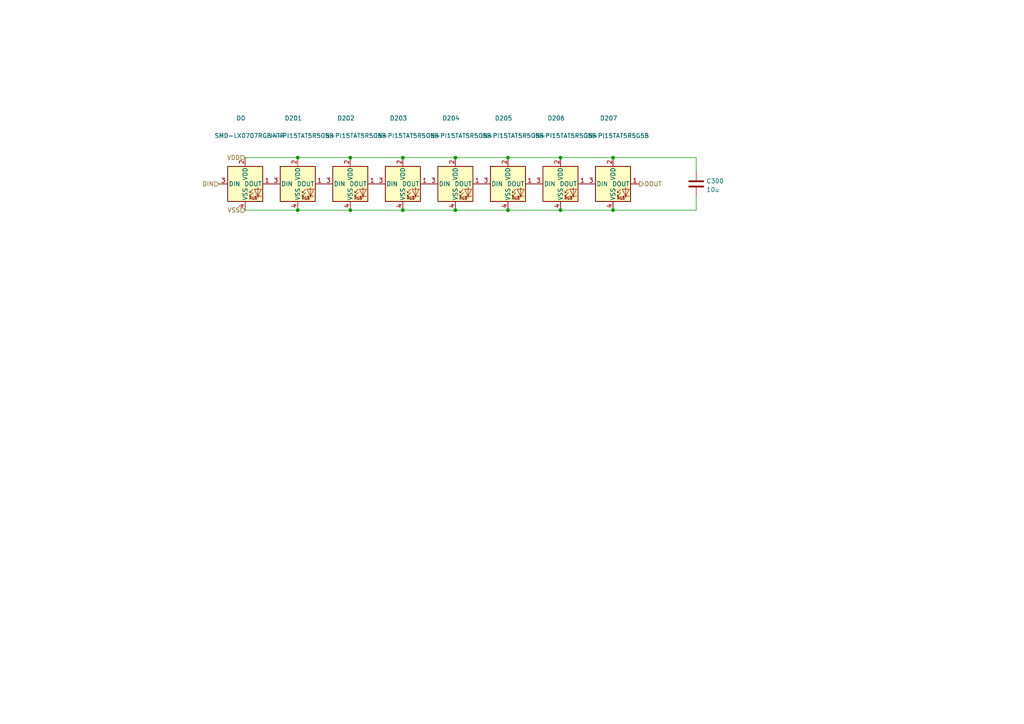
<source format=kicad_sch>
(kicad_sch (version 20211123) (generator eeschema)
  (paper "A4")
  (lib_symbols
    (symbol "Device:C" (pin_numbers hide) (pin_names (offset 0.254))
      (property "Reference" "C" (at 0.635 2.54 0))
      (property "Value" "C" (at 0.635 -2.54 0))
      (symbol "C_0_1"
        (polyline (pts (xy -2.032 -0.762) (xy 2.032 -0.762)) (stroke (width 0.508)))
        (polyline (pts (xy -2.032 0.762) (xy 2.032 0.762)) (stroke (width 0.508)))
      )
      (symbol "C_1_1"
        (pin passive line (at 0 3.81 270) (length 2.794) (name "~") (number "1"))
        (pin passive line (at 0 -3.81 90) (length 2.794) (name "~") (number "2"))
      )
    )
    (symbol "symbols:SMD-LX0707RGB-TR" (pin_names (offset 0.254))
      (property "Reference" "D?" (at 10.3059 3.4584 0))
      (property "Value" "SMD-LX0707RGB-TR" (at 12.7 10.16 0))
      (symbol "SMD-LX0707RGB-TR_0_0"
        (text "RGB" (at 2.286 -4.191 0) (effects (font (size 0.762 0.762))))
      )
      (symbol "SMD-LX0707RGB-TR_0_1"
        (polyline (pts (xy 1.27 -3.556) (xy 1.778 -3.556)))
        (polyline (pts (xy 1.27 -2.54) (xy 1.778 -2.54)))
        (polyline (pts (xy 4.699 -3.556) (xy 2.667 -3.556)))
        (polyline (pts (xy 2.286 -2.54) (xy 1.27 -3.556) (xy 1.27 -3.048)))
        (polyline (pts (xy 2.286 -1.524) (xy 1.27 -2.54) (xy 1.27 -2.032)))
        (polyline (pts (xy 3.683 -1.016) (xy 3.683 -3.556) (xy 3.683 -4.064)))
        (polyline (pts (xy 4.699 -1.524) (xy 2.667 -1.524) (xy 3.683 -3.556) (xy 4.699 -1.524)))
        (rectangle (start 5.08 5.08) (end -5.08 -5.08) (stroke (width 0.254)) (fill (type background)))
      )
      (symbol "SMD-LX0707RGB-TR_1_1"
        (pin output line (at 7.62 0 180) (length 2.54) (name "DOUT") (number "1"))
        (pin power_in line (at 0 7.62 270) (length 2.54) (name "VDD") (number "2"))
        (pin input line (at -7.62 0 0) (length 2.54) (name "DIN") (number "3"))
        (pin power_in line (at 0 -7.62 90) (length 2.54) (name "VSS") (number "4"))
      )
    )
  )
  (junction (at 132.08 45.72))
  (junction (at 162.56 45.72))
  (junction (at 86.36 45.72))
  (junction (at 147.32 60.96))
  (junction (at 177.8 45.72))
  (junction (at 116.84 60.96))
  (junction (at 147.32 45.72))
  (junction (at 162.56 60.96))
  (junction (at 101.6 45.72))
  (junction (at 101.6 60.96))
  (junction (at 132.08 60.96))
  (junction (at 116.84 45.72))
  (junction (at 86.36 60.96))
  (junction (at 177.8 60.96))
  (wire (pts (xy 162.56 45.72) (xy 177.8 45.72)))
  (wire (pts (xy 162.56 60.96) (xy 177.8 60.96)))
  (wire (pts (xy 201.93 45.72) (xy 201.93 49.53)))
  (wire (pts (xy 132.08 45.72) (xy 147.32 45.72)))
  (wire (pts (xy 101.6 60.96) (xy 116.84 60.96)))
  (wire (pts (xy 101.6 45.72) (xy 116.84 45.72)))
  (wire (pts (xy 132.08 60.96) (xy 147.32 60.96)))
  (wire (pts (xy 86.36 60.96) (xy 101.6 60.96)))
  (wire (pts (xy 177.8 60.96) (xy 201.93 60.96)))
  (wire (pts (xy 116.84 60.96) (xy 132.08 60.96)))
  (wire (pts (xy 201.93 57.15) (xy 201.93 60.96)))
  (wire (pts (xy 71.12 60.96) (xy 86.36 60.96)))
  (wire (pts (xy 147.32 60.96) (xy 162.56 60.96)))
  (wire (pts (xy 147.32 45.72) (xy 162.56 45.72)))
  (wire (pts (xy 116.84 45.72) (xy 132.08 45.72)))
  (wire (pts (xy 177.8 45.72) (xy 201.93 45.72)))
  (wire (pts (xy 86.36 45.72) (xy 101.6 45.72)))
  (wire (pts (xy 71.12 45.72) (xy 86.36 45.72)))
  (hierarchical_label "VSS" (shape input) (at 71.12 60.96 180))
  (hierarchical_label "DIN" (shape input) (at 63.5 53.34 180))
  (hierarchical_label "DOUT" (shape output) (at 185.42 53.34 0))
  (hierarchical_label "VDD" (shape input) (at 71.12 45.72 180))
  (symbol (lib_id "symbols:SMD-LX0707RGB-TR") (at 86.36 53.34 0) (unit 1)
    (property "Reference" "D201" (at 85.09 34.29 0))
    (property "Value" "IN-PI15TAT5R5G5B" (at 87.63 39.37 0))
    (property "Footprint" "footprints:INPI15TAT5R5G5B" (effects hide))
  )
  (symbol (lib_id "symbols:SMD-LX0707RGB-TR") (at 71.12 53.34 0) (unit 1)
    (property "Reference" "D0" (at 69.85 34.29 0))
    (property "Value" "SMD-LX0707RGB-TR" (at 72.39 39.37 0))
    (property "Footprint" "footprints:SMD-LX0707RGB-TR" (effects hide))
  )
  (symbol (lib_id "symbols:SMD-LX0707RGB-TR") (at 147.32 53.34 0) (unit 1)
    (property "Reference" "D205" (at 146.05 34.29 0))
    (property "Value" "IN-PI15TAT5R5G5B" (at 148.59 39.37 0))
    (property "Footprint" "footprints:INPI15TAT5R5G5B" (effects hide))
  )
  (symbol (lib_id "symbols:SMD-LX0707RGB-TR") (at 101.6 53.34 0) (unit 1)
    (property "Reference" "D202" (at 100.33 34.29 0))
    (property "Value" "IN-PI15TAT5R5G5B" (at 102.87 39.37 0))
    (property "Footprint" "footprints:INPI15TAT5R5G5B" (effects hide))
  )
  (symbol (lib_id "symbols:SMD-LX0707RGB-TR") (at 116.84 53.34 0) (unit 1)
    (property "Reference" "D203" (at 115.57 34.29 0))
    (property "Value" "IN-PI15TAT5R5G5B" (at 118.11 39.37 0))
    (property "Footprint" "footprints:INPI15TAT5R5G5B" (effects hide))
  )
  (symbol (lib_id "symbols:SMD-LX0707RGB-TR") (at 177.8 53.34 0) (unit 1)
    (property "Reference" "D207" (at 176.53 34.29 0))
    (property "Value" "IN-PI15TAT5R5G5B" (at 179.07 39.37 0))
    (property "Footprint" "footprints:INPI15TAT5R5G5B" (effects hide))
  )
  (symbol (lib_id "Device:C") (at 201.93 53.34 0) (unit 1)
    (property "Reference" "C300" (at 204.851 52.5053 0) (effects (justify left)))
    (property "Value" "10u" (at 204.851 55.0422 0) (effects (justify left)))
    (property "Footprint" "Capacitor_SMD:C_0603_1608Metric" (effects hide))
  )
  (symbol (lib_id "symbols:SMD-LX0707RGB-TR") (at 132.08 53.34 0) (unit 1)
    (property "Reference" "D204" (at 130.81 34.29 0))
    (property "Value" "IN-PI15TAT5R5G5B" (at 133.35 39.37 0))
    (property "Footprint" "footprints:INPI15TAT5R5G5B" (effects hide))
  )
  (symbol (lib_id "symbols:SMD-LX0707RGB-TR") (at 162.56 53.34 0) (unit 1)
    (property "Reference" "D206" (at 161.29 34.29 0))
    (property "Value" "IN-PI15TAT5R5G5B" (at 163.83 39.37 0))
    (property "Footprint" "footprints:INPI15TAT5R5G5B" (effects hide))
  )
)
</source>
